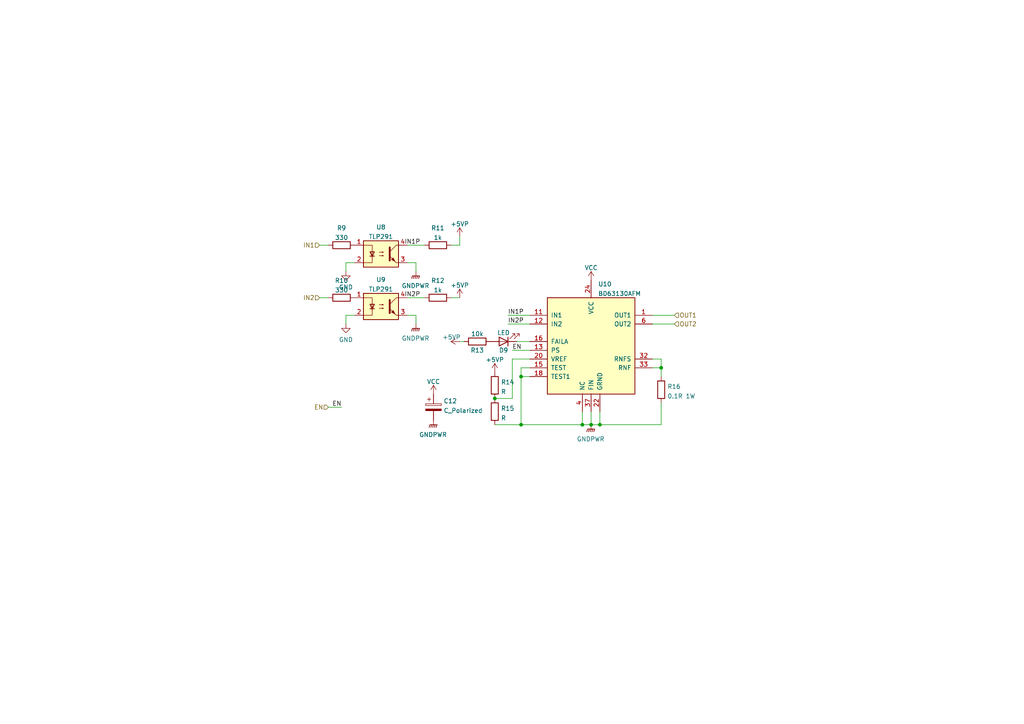
<source format=kicad_sch>
(kicad_sch (version 20211123) (generator eeschema)
  (paper "A4")
  (lib_symbols
    (symbol "Device:C_Polarized" (pin_numbers hide) (pin_names (offset 0.254))
      (property "Reference" "C" (at 0.635 2.54 0))
      (property "Value" "C_Polarized" (at 0.635 -2.54 0))
      (symbol "C_Polarized_0_1"
        (rectangle (start -2.286 0.508) (end 2.286 1.016))
        (polyline (pts (xy -1.778 2.286) (xy -0.762 2.286)))
        (polyline (pts (xy -1.27 2.794) (xy -1.27 1.778)))
        (rectangle (start 2.286 -0.508) (end -2.286 -1.016) (fill (type outline)))
      )
      (symbol "C_Polarized_1_1"
        (pin passive line (at 0 3.81 270) (length 2.794) (name "~") (number "1"))
        (pin passive line (at 0 -3.81 90) (length 2.794) (name "~") (number "2"))
      )
    )
    (symbol "Device:LED" (pin_numbers hide) (pin_names (offset 1.016) hide)
      (property "Reference" "D" (at 0 2.54 0))
      (property "Value" "LED" (at 0 -2.54 0))
      (symbol "LED_0_1"
        (polyline (pts (xy -1.27 -1.27) (xy -1.27 1.27)) (stroke (width 0.254)))
        (polyline (pts (xy -1.27 0) (xy 1.27 0)))
        (polyline (pts (xy 1.27 -1.27) (xy 1.27 1.27) (xy -1.27 0) (xy 1.27 -1.27)) (stroke (width 0.254)))
        (polyline (pts (xy -3.048 -0.762) (xy -4.572 -2.286) (xy -3.81 -2.286) (xy -4.572 -2.286) (xy -4.572 -1.524)))
        (polyline (pts (xy -1.778 -0.762) (xy -3.302 -2.286) (xy -2.54 -2.286) (xy -3.302 -2.286) (xy -3.302 -1.524)))
      )
      (symbol "LED_1_1"
        (pin passive line (at -3.81 0 0) (length 2.54) (name "K") (number "1"))
        (pin passive line (at 3.81 0 180) (length 2.54) (name "A") (number "2"))
      )
    )
    (symbol "Device:R" (pin_numbers hide) (pin_names (offset 0))
      (property "Reference" "R" (at 2.032 0 90))
      (property "Value" "R" (at 0 0 90))
      (symbol "R_0_1"
        (rectangle (start -1.016 -2.54) (end 1.016 2.54) (stroke (width 0.254)))
      )
      (symbol "R_1_1"
        (pin passive line (at 0 3.81 270) (length 1.27) (name "~") (number "1"))
        (pin passive line (at 0 -3.81 90) (length 1.27) (name "~") (number "2"))
      )
    )
    (symbol "Driver_Motor_additional:BD63130AFM" (pin_names (offset 1.016))
      (property "Reference" "U" (at -12.7 16.51 0))
      (property "Value" "BD63130AFM" (at -17.78 13.97 0))
      (symbol "BD63130AFM_0_1"
        (rectangle (start -12.7 12.7) (end 12.7 -15.24) (stroke (width 0.254)) (fill (type background)))
      )
      (symbol "BD63130AFM_1_1"
        (pin power_out line (at 17.78 7.62 180) (length 5.08) (name "OUT1") (number "1"))
        (pin free line (at -2.54 -20.32 90) (length 5.08) hide (name "NC") (number "10"))
        (pin input line (at -17.78 7.62 0) (length 5.08) (name "IN1") (number "11"))
        (pin input line (at -17.78 5.08 0) (length 5.08) (name "IN2") (number "12"))
        (pin input line (at -17.78 -2.54 0) (length 5.08) (name "PS") (number "13"))
        (pin free line (at -2.54 -20.32 90) (length 5.08) hide (name "NC") (number "14"))
        (pin input line (at -17.78 -7.62 0) (length 5.08) (name "TEST") (number "15"))
        (pin open_collector line (at -17.78 0 0) (length 5.08) (name "FAILA") (number "16"))
        (pin free line (at -2.54 -20.32 90) (length 5.08) hide (name "NC") (number "17"))
        (pin input line (at -17.78 -10.16 0) (length 5.08) (name "TEST1") (number "18"))
        (pin free line (at -2.54 -20.32 90) (length 5.08) hide (name "NC") (number "19"))
        (pin power_out line (at 17.78 7.62 180) (length 5.08) hide (name "OUT1") (number "2"))
        (pin input line (at -17.78 -5.08 0) (length 5.08) (name "VREF") (number "20"))
        (pin free line (at -2.54 -20.32 90) (length 5.08) hide (name "NC") (number "21"))
        (pin power_in line (at 2.54 -20.32 90) (length 5.08) (name "GRND") (number "22"))
        (pin free line (at -2.54 -20.32 90) (length 5.08) hide (name "NC") (number "23"))
        (pin power_in line (at 0 17.78 270) (length 5.08) (name "VCC") (number "24"))
        (pin power_in line (at 0 17.78 270) (length 5.08) hide (name "VCC") (number "25"))
        (pin power_in line (at 0 17.78 270) (length 5.08) hide (name "VCC") (number "26"))
        (pin free line (at -2.54 -20.32 90) (length 5.08) hide (name "NC") (number "27"))
        (pin free line (at -2.54 -20.32 90) (length 5.08) hide (name "NC") (number "28"))
        (pin power_in line (at 2.54 -20.32 90) (length 5.08) hide (name "GRND") (number "29"))
        (pin power_out line (at 17.78 7.62 180) (length 5.08) hide (name "OUT1") (number "3"))
        (pin free line (at -2.54 -20.32 90) (length 5.08) hide (name "NC") (number "30"))
        (pin free line (at -2.54 -20.32 90) (length 5.08) hide (name "NC") (number "31"))
        (pin input line (at 17.78 -5.08 180) (length 5.08) (name "RNFS") (number "32"))
        (pin power_in line (at 17.78 -7.62 180) (length 5.08) (name "RNF") (number "33"))
        (pin power_in line (at 17.78 -7.62 180) (length 5.08) hide (name "RNF") (number "34"))
        (pin power_in line (at 17.78 -7.62 180) (length 5.08) hide (name "RNF") (number "35"))
        (pin free line (at -2.54 -20.32 90) (length 5.08) hide (name "NC") (number "36"))
        (pin free line (at 0 -20.32 90) (length 5.08) (name "FIN") (number "37"))
        (pin free line (at 0 -20.32 90) (length 5.08) hide (name "FIN") (number "38"))
        (pin free line (at -2.54 -20.32 90) (length 5.08) (name "NC") (number "4"))
        (pin free line (at -2.54 -20.32 90) (length 5.08) hide (name "NC") (number "5"))
        (pin power_out line (at 17.78 5.08 180) (length 5.08) (name "OUT2") (number "6"))
        (pin power_out line (at 17.78 5.08 180) (length 5.08) hide (name "OUT2") (number "7"))
        (pin power_out line (at 17.78 5.08 180) (length 5.08) hide (name "OUT2") (number "8"))
        (pin free line (at -2.54 -20.32 90) (length 5.08) hide (name "NC") (number "9"))
      )
    )
    (symbol "Isolator:TLP291"
      (property "Reference" "U" (at -5.08 5.08 0))
      (property "Value" "TLP291" (at 0 5.08 0))
      (symbol "TLP291_0_1"
        (rectangle (start -5.08 3.81) (end 5.08 -3.81) (stroke (width 0.254)) (fill (type background)))
        (polyline (pts (xy -3.175 -0.635) (xy -1.905 -0.635)) (stroke (width 0.254)))
        (polyline (pts (xy 2.54 0.635) (xy 4.445 2.54)))
        (polyline (pts (xy 4.445 -2.54) (xy 2.54 -0.635)) (fill (type outline)))
        (polyline (pts (xy 4.445 -2.54) (xy 5.08 -2.54)))
        (polyline (pts (xy 4.445 2.54) (xy 5.08 2.54)))
        (polyline (pts (xy -2.54 -0.635) (xy -2.54 -2.54) (xy -5.08 -2.54)))
        (polyline (pts (xy 2.54 1.905) (xy 2.54 -1.905) (xy 2.54 -1.905)) (stroke (width 0.508)))
        (polyline (pts (xy -5.08 2.54) (xy -2.54 2.54) (xy -2.54 -1.27) (xy -2.54 0.635)))
        (polyline (pts (xy -2.54 -0.635) (xy -3.175 0.635) (xy -1.905 0.635) (xy -2.54 -0.635)) (stroke (width 0.254)))
        (polyline (pts (xy -0.508 -0.508) (xy 0.762 -0.508) (xy 0.381 -0.635) (xy 0.381 -0.381) (xy 0.762 -0.508)))
        (polyline (pts (xy -0.508 0.508) (xy 0.762 0.508) (xy 0.381 0.381) (xy 0.381 0.635) (xy 0.762 0.508)))
        (polyline (pts (xy 3.048 -1.651) (xy 3.556 -1.143) (xy 4.064 -2.159) (xy 3.048 -1.651) (xy 3.048 -1.651)) (fill (type outline)))
      )
      (symbol "TLP291_1_1"
        (pin passive line (at -7.62 2.54 0) (length 2.54) (name "~") (number "1"))
        (pin passive line (at -7.62 -2.54 0) (length 2.54) (name "~") (number "2"))
        (pin passive line (at 7.62 -2.54 180) (length 2.54) (name "~") (number "3"))
        (pin passive line (at 7.62 2.54 180) (length 2.54) (name "~") (number "4"))
      )
    )
    (symbol "power:+5VP" (power) (pin_names (offset 0))
      (property "Value" "+5VP" (at 0 3.556 0))
      (symbol "+5VP_0_1"
        (polyline (pts (xy -0.762 1.27) (xy 0 2.54)))
        (polyline (pts (xy 0 0) (xy 0 2.54)))
        (polyline (pts (xy 0 2.54) (xy 0.762 1.27)))
      )
      (symbol "+5VP_1_1"
        (pin power_in line (at 0 0 90) (length 0) hide (name "+5VP") (number "1"))
      )
    )
    (symbol "power:GND" (power) (pin_names (offset 0))
      (property "Value" "GND" (at 0 -3.81 0))
      (symbol "GND_0_1"
        (polyline (pts (xy 0 0) (xy 0 -1.27) (xy 1.27 -1.27) (xy 0 -2.54) (xy -1.27 -1.27) (xy 0 -1.27)))
      )
      (symbol "GND_1_1"
        (pin power_in line (at 0 0 270) (length 0) hide (name "GND") (number "1"))
      )
    )
    (symbol "power:GNDPWR" (power) (pin_names (offset 0))
      (property "Value" "GNDPWR" (at 0 -3.302 0))
      (symbol "GNDPWR_0_1"
        (polyline (pts (xy 0 -1.27) (xy 0 0)))
        (polyline (pts (xy -1.016 -1.27) (xy -1.27 -2.032) (xy -1.27 -2.032)) (stroke (width 0.2032)))
        (polyline (pts (xy -0.508 -1.27) (xy -0.762 -2.032) (xy -0.762 -2.032)) (stroke (width 0.2032)))
        (polyline (pts (xy 0 -1.27) (xy -0.254 -2.032) (xy -0.254 -2.032)) (stroke (width 0.2032)))
        (polyline (pts (xy 0.508 -1.27) (xy 0.254 -2.032) (xy 0.254 -2.032)) (stroke (width 0.2032)))
        (polyline (pts (xy 1.016 -1.27) (xy -1.016 -1.27) (xy -1.016 -1.27)) (stroke (width 0.2032)))
        (polyline (pts (xy 1.016 -1.27) (xy 0.762 -2.032) (xy 0.762 -2.032) (xy 0.762 -2.032)) (stroke (width 0.2032)))
      )
      (symbol "GNDPWR_1_1"
        (pin power_in line (at 0 0 270) (length 0) hide (name "GNDPWR") (number "1"))
      )
    )
    (symbol "power:VCC" (power) (pin_names (offset 0))
      (property "Value" "VCC" (at 0 3.81 0))
      (symbol "VCC_0_1"
        (polyline (pts (xy -0.762 1.27) (xy 0 2.54)))
        (polyline (pts (xy 0 0) (xy 0 2.54)))
        (polyline (pts (xy 0 2.54) (xy 0.762 1.27)))
      )
      (symbol "VCC_1_1"
        (pin power_in line (at 0 0 90) (length 0) hide (name "VCC") (number "1"))
      )
    )
  )
  (junction (at 191.77 106.68))
  (junction (at 151.13 109.22))
  (junction (at 171.45 123.19))
  (junction (at 151.13 123.19))
  (junction (at 173.99 123.19))
  (junction (at 168.91 123.19))
  (junction (at 143.51 115.57))
  (wire (pts (xy 148.59 101.6) (xy 153.67 101.6)))
  (wire (pts (xy 149.86 99.06) (xy 153.67 99.06)))
  (wire (pts (xy 143.51 115.57) (xy 148.59 115.57)))
  (wire (pts (xy 153.67 106.68) (xy 151.13 106.68)))
  (wire (pts (xy 151.13 123.19) (xy 168.91 123.19)))
  (wire (pts (xy 123.19 71.12) (xy 118.11 71.12)))
  (wire (pts (xy 92.71 71.12) (xy 95.25 71.12)))
  (wire (pts (xy 120.65 76.2) (xy 118.11 76.2)))
  (wire (pts (xy 153.67 104.14) (xy 148.59 104.14)))
  (wire (pts (xy 100.33 76.2) (xy 102.87 76.2)))
  (wire (pts (xy 147.32 91.44) (xy 153.67 91.44)))
  (wire (pts (xy 195.58 93.98) (xy 189.23 93.98)))
  (wire (pts (xy 99.06 118.11) (xy 95.25 118.11)))
  (wire (pts (xy 133.35 86.36) (xy 130.81 86.36)))
  (wire (pts (xy 171.45 119.38) (xy 171.45 123.19)))
  (wire (pts (xy 133.35 99.06) (xy 134.62 99.06)))
  (wire (pts (xy 191.77 116.84) (xy 191.77 123.19)))
  (wire (pts (xy 100.33 91.44) (xy 102.87 91.44)))
  (wire (pts (xy 191.77 106.68) (xy 191.77 109.22)))
  (wire (pts (xy 100.33 78.74) (xy 100.33 76.2)))
  (wire (pts (xy 120.65 91.44) (xy 118.11 91.44)))
  (wire (pts (xy 100.33 93.98) (xy 100.33 91.44)))
  (wire (pts (xy 168.91 123.19) (xy 168.91 119.38)))
  (wire (pts (xy 195.58 91.44) (xy 189.23 91.44)))
  (wire (pts (xy 133.35 68.58) (xy 133.35 71.12)))
  (wire (pts (xy 191.77 104.14) (xy 191.77 106.68)))
  (wire (pts (xy 151.13 106.68) (xy 151.13 109.22)))
  (wire (pts (xy 189.23 106.68) (xy 191.77 106.68)))
  (wire (pts (xy 173.99 123.19) (xy 173.99 119.38)))
  (wire (pts (xy 133.35 71.12) (xy 130.81 71.12)))
  (wire (pts (xy 189.23 104.14) (xy 191.77 104.14)))
  (wire (pts (xy 153.67 109.22) (xy 151.13 109.22)))
  (wire (pts (xy 191.77 123.19) (xy 173.99 123.19)))
  (wire (pts (xy 123.19 86.36) (xy 118.11 86.36)))
  (wire (pts (xy 171.45 123.19) (xy 168.91 123.19)))
  (wire (pts (xy 120.65 78.74) (xy 120.65 76.2)))
  (wire (pts (xy 148.59 104.14) (xy 148.59 115.57)))
  (wire (pts (xy 143.51 123.19) (xy 151.13 123.19)))
  (wire (pts (xy 120.65 93.98) (xy 120.65 91.44)))
  (wire (pts (xy 151.13 109.22) (xy 151.13 123.19)))
  (wire (pts (xy 147.32 93.98) (xy 153.67 93.98)))
  (wire (pts (xy 92.71 86.36) (xy 95.25 86.36)))
  (wire (pts (xy 171.45 123.19) (xy 173.99 123.19)))
  (label "EN" (at 148.59 101.6 0))
  (label "IN2P" (at 121.92 86.36 180))
  (label "IN1P" (at 121.92 71.12 180))
  (label "IN1P" (at 147.32 91.44 0))
  (label "IN2P" (at 147.32 93.98 0))
  (label "EN" (at 99.06 118.11 180))
  (hierarchical_label "OUT2" (shape input) (at 195.58 93.98 0))
  (hierarchical_label "OUT1" (shape input) (at 195.58 91.44 0))
  (hierarchical_label "IN1" (shape input) (at 92.71 71.12 180))
  (hierarchical_label "EN" (shape input) (at 95.25 118.11 180))
  (hierarchical_label "IN2" (shape input) (at 92.71 86.36 180))
  (symbol (lib_id "power:GND") (at 100.33 93.98 0)
    (property "Reference" "#PWR058" (effects hide))
    (property "Value" "GND" (at 100.33 98.5425 0))
  )
  (symbol (lib_id "power:GNDPWR") (at 125.73 121.92 0)
    (property "Reference" "#PWR062" (effects hide))
    (property "Value" "GNDPWR" (at 125.603 126.0761 0))
  )
  (symbol (lib_id "Device:LED") (at 146.05 99.06 180)
    (property "Reference" "D9" (at 146.05 101.6 0))
    (property "Value" "LED" (at 146.05 96.52 0))
    (property "Footprint" "LED_SMD:LED_0603_1608Metric" (effects hide))
  )
  (symbol (lib_id "Device:R") (at 99.06 86.36 90)
    (property "Reference" "R10" (at 99.06 81.3775 90))
    (property "Value" "330" (at 99.06 84.1526 90))
    (property "Footprint" "Resistor_SMD:R_0603_1608Metric" (effects hide))
  )
  (symbol (lib_id "Device:R") (at 143.51 111.76 0)
    (property "Reference" "R14" (at 145.288 110.8515 0) (effects (justify left)))
    (property "Value" "R" (at 145.288 113.6266 0) (effects (justify left)))
    (property "Footprint" "Resistor_SMD:R_0603_1608Metric" (effects hide))
  )
  (symbol (lib_id "Device:R") (at 99.06 71.12 90)
    (property "Reference" "R9" (at 99.06 66.1375 90))
    (property "Value" "330" (at 99.06 68.9126 90))
    (property "Footprint" "Resistor_SMD:R_0603_1608Metric" (effects hide))
  )
  (symbol (lib_id "Device:R") (at 143.51 119.38 0)
    (property "Reference" "R15" (at 145.288 118.4715 0) (effects (justify left)))
    (property "Value" "R" (at 145.288 121.2466 0) (effects (justify left)))
    (property "Footprint" "Resistor_SMD:R_0603_1608Metric" (effects hide))
  )
  (symbol (lib_id "Device:R") (at 127 71.12 90)
    (property "Reference" "R11" (at 127 66.1375 90))
    (property "Value" "1k" (at 127 68.9126 90))
    (property "Footprint" "Resistor_SMD:R_0603_1608Metric" (effects hide))
  )
  (symbol (lib_id "Device:R") (at 138.43 99.06 90)
    (property "Reference" "R13" (at 138.43 101.6 90))
    (property "Value" "10k" (at 138.43 96.8526 90))
    (property "Footprint" "Resistor_SMD:R_0603_1608Metric" (effects hide))
  )
  (symbol (lib_id "power:VCC") (at 125.73 114.3 0)
    (property "Reference" "#PWR061" (effects hide))
    (property "Value" "VCC" (at 125.73 110.6955 0))
  )
  (symbol (lib_id "power:GND") (at 100.33 78.74 0)
    (property "Reference" "#PWR057" (effects hide))
    (property "Value" "GND" (at 100.33 83.3025 0))
  )
  (symbol (lib_id "power:+5VP") (at 133.35 99.06 90)
    (property "Reference" "#PWR065" (effects hide))
    (property "Value" "+5VP" (at 128.27 97.79 90) (effects (justify right)))
  )
  (symbol (lib_id "Isolator:TLP291") (at 110.49 73.66 0)
    (property "Reference" "U8" (at 110.49 65.8835 0))
    (property "Value" "TLP291" (at 110.49 68.6586 0))
    (property "Footprint" "Package_SO:SOIC-4_4.55x2.6mm_P1.27mm" (effects hide))
    (property "Datasheet" "https://toshiba.semicon-storage.com/info/docget.jsp?did=12884&prodName=TLP291" (effects hide))
  )
  (symbol (lib_id "Isolator:TLP291") (at 110.49 88.9 0)
    (property "Reference" "U9" (at 110.49 81.1235 0))
    (property "Value" "TLP291" (at 110.49 83.8986 0))
    (property "Footprint" "Package_SO:SOIC-4_4.55x2.6mm_P1.27mm" (effects hide))
    (property "Datasheet" "https://toshiba.semicon-storage.com/info/docget.jsp?did=12884&prodName=TLP291" (effects hide))
  )
  (symbol (lib_id "Device:C_Polarized") (at 125.73 118.11 0)
    (property "Reference" "C12" (at 128.651 116.3125 0) (effects (justify left)))
    (property "Value" "C_Polarized" (at 128.651 119.0876 0) (effects (justify left)))
    (property "Footprint" "Capacitor_SMD:CP_Elec_10x10" (effects hide))
  )
  (symbol (lib_id "power:VCC") (at 171.45 81.28 0)
    (property "Reference" "#PWR067" (effects hide))
    (property "Value" "VCC" (at 171.45 77.6755 0))
  )
  (symbol (lib_id "power:GNDPWR") (at 120.65 93.98 0)
    (property "Reference" "#PWR060" (effects hide))
    (property "Value" "GNDPWR" (at 120.523 98.1361 0))
  )
  (symbol (lib_id "Device:R") (at 127 86.36 90)
    (property "Reference" "R12" (at 127 81.3775 90))
    (property "Value" "1k" (at 127 84.1526 90))
    (property "Footprint" "Resistor_SMD:R_0603_1608Metric" (effects hide))
  )
  (symbol (lib_id "Device:R") (at 191.77 113.03 0)
    (property "Reference" "R16" (at 193.548 112.1215 0) (effects (justify left)))
    (property "Value" "0.1R 1W" (at 193.548 114.8966 0) (effects (justify left)))
    (property "Footprint" "Resistor_SMD:R_2010_5025Metric" (effects hide))
  )
  (symbol (lib_id "power:+5VP") (at 143.51 107.95 0)
    (property "Reference" "#PWR066" (effects hide))
    (property "Value" "+5VP" (at 143.51 104.3455 0))
  )
  (symbol (lib_id "Driver_Motor_additional:BD63130AFM") (at 171.45 99.06 0)
    (property "Reference" "U10" (at 173.4694 82.3935 0) (effects (justify left)))
    (property "Value" "BD63130AFM" (at 173.4694 85.1686 0) (effects (justify left)))
    (property "Footprint" "Package_SO_additional:Rohm_HSOP-M36_7.5x18.5mm_P0.8mm" (effects hide))
    (property "Datasheet" "https://fscdn.rohm.com/en/products/databook/datasheet/ic/motor/dc/bd63130afm-e.pdf" (effects hide))
  )
  (symbol (lib_id "power:GNDPWR") (at 120.65 78.74 0)
    (property "Reference" "#PWR059" (effects hide))
    (property "Value" "GNDPWR" (at 120.523 82.8961 0))
  )
  (symbol (lib_id "power:+5VP") (at 133.35 68.58 0)
    (property "Reference" "#PWR063" (effects hide))
    (property "Value" "+5VP" (at 133.35 64.9755 0))
  )
  (symbol (lib_id "power:GNDPWR") (at 171.45 123.19 0)
    (property "Reference" "#PWR068" (effects hide))
    (property "Value" "GNDPWR" (at 171.323 127.3461 0))
  )
  (symbol (lib_id "power:+5VP") (at 133.35 86.36 0)
    (property "Reference" "#PWR064" (effects hide))
    (property "Value" "+5VP" (at 133.35 82.7555 0))
  )
)
</source>
